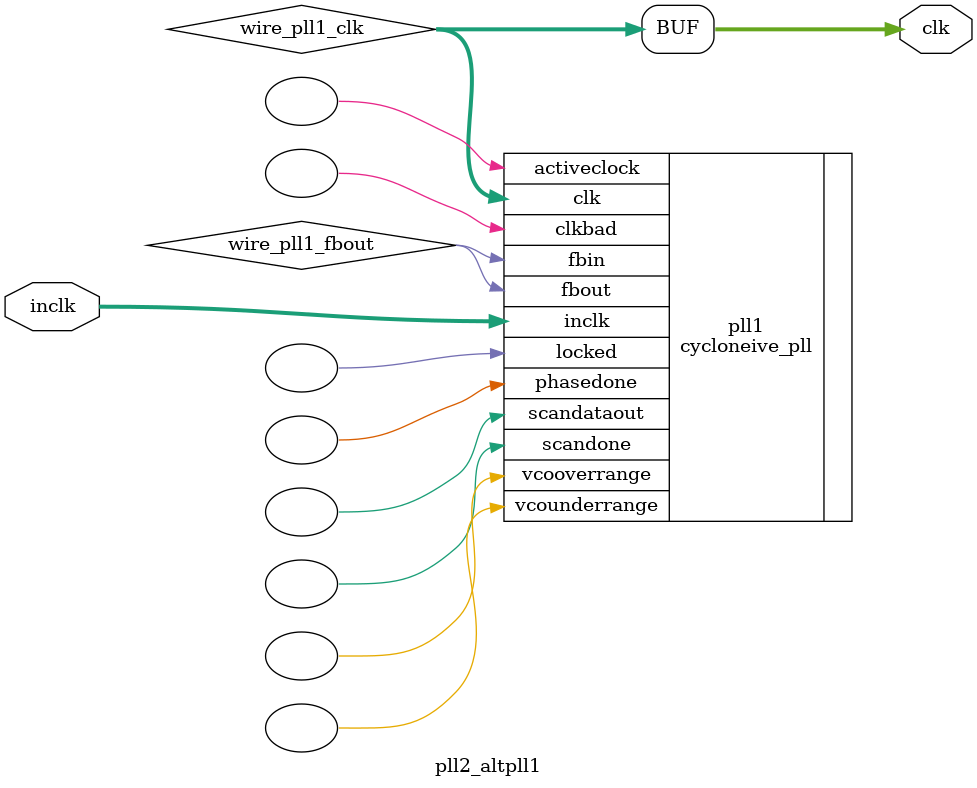
<source format=v>






//synthesis_resources = cycloneive_pll 1 
//synopsys translate_off
`timescale 1 ps / 1 ps
//synopsys translate_on
module  pll2_altpll1
	( 
	clk,
	inclk) /* synthesis synthesis_clearbox=1 */;
	output   [4:0]  clk;
	input   [1:0]  inclk;
`ifndef ALTERA_RESERVED_QIS
// synopsys translate_off
`endif
	tri0   [1:0]  inclk;
`ifndef ALTERA_RESERVED_QIS
// synopsys translate_on
`endif

	wire  [4:0]   wire_pll1_clk;
	wire  wire_pll1_fbout;

	cycloneive_pll   pll1
	( 
	.activeclock(),
	.clk(wire_pll1_clk),
	.clkbad(),
	.fbin(wire_pll1_fbout),
	.fbout(wire_pll1_fbout),
	.inclk(inclk),
	.locked(),
	.phasedone(),
	.scandataout(),
	.scandone(),
	.vcooverrange(),
	.vcounderrange()
	`ifndef FORMAL_VERIFICATION
	// synopsys translate_off
	`endif
	,
	.areset(1'b0),
	.clkswitch(1'b0),
	.configupdate(1'b0),
	.pfdena(1'b1),
	.phasecounterselect({3{1'b0}}),
	.phasestep(1'b0),
	.phaseupdown(1'b0),
	.scanclk(1'b0),
	.scanclkena(1'b1),
	.scandata(1'b0)
	`ifndef FORMAL_VERIFICATION
	// synopsys translate_on
	`endif
	);
	defparam
		pll1.bandwidth_type = "auto",
		pll1.clk0_divide_by = 78125,
		pll1.clk0_duty_cycle = 50,
		pll1.clk0_multiply_by = 16,
		pll1.clk0_phase_shift = "0",
		pll1.clk1_divide_by = 78125,
		pll1.clk1_duty_cycle = 50,
		pll1.clk1_multiply_by = 16,
		pll1.clk1_phase_shift = "0",
		pll1.compensate_clock = "clk0",
		pll1.inclk0_input_frequency = 10000,
		pll1.operation_mode = "normal",
		pll1.pll_type = "auto",
		pll1.lpm_type = "cycloneive_pll";
	assign
		clk = {wire_pll1_clk[4:0]};
endmodule //pll2_altpll1
//VALID FILE

</source>
